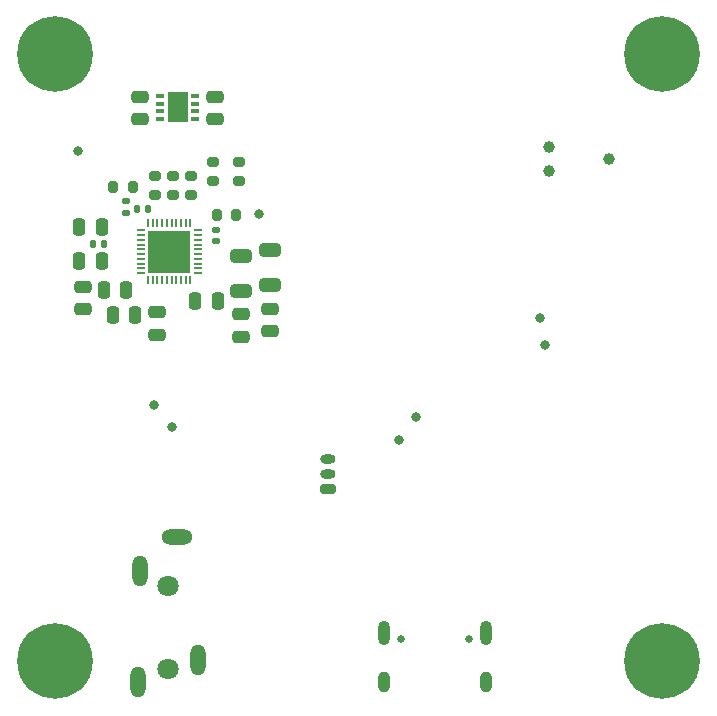
<source format=gbr>
%TF.GenerationSoftware,KiCad,Pcbnew,9.0.0*%
%TF.CreationDate,2025-03-31T19:39:25-04:00*%
%TF.ProjectId,nano405,6e616e6f-3430-4352-9e6b-696361645f70,A*%
%TF.SameCoordinates,Original*%
%TF.FileFunction,Soldermask,Bot*%
%TF.FilePolarity,Negative*%
%FSLAX46Y46*%
G04 Gerber Fmt 4.6, Leading zero omitted, Abs format (unit mm)*
G04 Created by KiCad (PCBNEW 9.0.0) date 2025-03-31 19:39:25*
%MOMM*%
%LPD*%
G01*
G04 APERTURE LIST*
G04 Aperture macros list*
%AMRoundRect*
0 Rectangle with rounded corners*
0 $1 Rounding radius*
0 $2 $3 $4 $5 $6 $7 $8 $9 X,Y pos of 4 corners*
0 Add a 4 corners polygon primitive as box body*
4,1,4,$2,$3,$4,$5,$6,$7,$8,$9,$2,$3,0*
0 Add four circle primitives for the rounded corners*
1,1,$1+$1,$2,$3*
1,1,$1+$1,$4,$5*
1,1,$1+$1,$6,$7*
1,1,$1+$1,$8,$9*
0 Add four rect primitives between the rounded corners*
20,1,$1+$1,$2,$3,$4,$5,0*
20,1,$1+$1,$4,$5,$6,$7,0*
20,1,$1+$1,$6,$7,$8,$9,0*
20,1,$1+$1,$8,$9,$2,$3,0*%
G04 Aperture macros list end*
%ADD10RoundRect,0.200000X-0.275000X0.200000X-0.275000X-0.200000X0.275000X-0.200000X0.275000X0.200000X0*%
%ADD11C,0.800000*%
%ADD12RoundRect,0.140000X0.170000X-0.140000X0.170000X0.140000X-0.170000X0.140000X-0.170000X-0.140000X0*%
%ADD13RoundRect,0.250000X0.250000X0.475000X-0.250000X0.475000X-0.250000X-0.475000X0.250000X-0.475000X0*%
%ADD14RoundRect,0.250000X-0.475000X0.250000X-0.475000X-0.250000X0.475000X-0.250000X0.475000X0.250000X0*%
%ADD15RoundRect,0.200000X0.200000X0.275000X-0.200000X0.275000X-0.200000X-0.275000X0.200000X-0.275000X0*%
%ADD16RoundRect,0.250000X0.650000X-0.325000X0.650000X0.325000X-0.650000X0.325000X-0.650000X-0.325000X0*%
%ADD17RoundRect,0.200000X0.450000X-0.200000X0.450000X0.200000X-0.450000X0.200000X-0.450000X-0.200000X0*%
%ADD18O,1.300000X0.800000*%
%ADD19C,1.800000*%
%ADD20O,1.308000X2.616000*%
%ADD21O,2.616000X1.308000*%
%ADD22RoundRect,0.200000X-0.200000X-0.275000X0.200000X-0.275000X0.200000X0.275000X-0.200000X0.275000X0*%
%ADD23RoundRect,0.250000X-0.650000X0.325000X-0.650000X-0.325000X0.650000X-0.325000X0.650000X0.325000X0*%
%ADD24RoundRect,0.250000X-0.250000X-0.475000X0.250000X-0.475000X0.250000X0.475000X-0.250000X0.475000X0*%
%ADD25RoundRect,0.140000X0.140000X0.170000X-0.140000X0.170000X-0.140000X-0.170000X0.140000X-0.170000X0*%
%ADD26R,0.800000X0.350000*%
%ADD27R,1.750000X2.500000*%
%ADD28R,0.762000X0.203200*%
%ADD29R,0.203200X0.762000*%
%ADD30R,3.606800X3.606800*%
%ADD31C,6.400000*%
%ADD32C,0.990600*%
%ADD33C,0.650000*%
%ADD34O,1.000000X2.100000*%
%ADD35O,1.000000X1.800000*%
G04 APERTURE END LIST*
D10*
%TO.C,R21*%
X117625000Y-56700000D03*
X117625000Y-58350000D03*
%TD*%
D11*
%TO.C,SDOUT*%
X119300000Y-61150000D03*
%TD*%
D12*
%TO.C,C23*%
X115600000Y-63410000D03*
X115600000Y-62450000D03*
%TD*%
D13*
%TO.C,C20*%
X105975000Y-62200000D03*
X104075000Y-62200000D03*
%TD*%
D11*
%TO.C,SDCLK*%
X143050000Y-69950000D03*
%TD*%
D12*
%TO.C,C33*%
X108040000Y-61010000D03*
X108040000Y-60050000D03*
%TD*%
D10*
%TO.C,R17*%
X112000000Y-57900000D03*
X112000000Y-59550000D03*
%TD*%
D14*
%TO.C,C25*%
X117750000Y-69600000D03*
X117750000Y-71500000D03*
%TD*%
%TO.C,C49*%
X109225000Y-51175000D03*
X109225000Y-53075000D03*
%TD*%
D11*
%TO.C,SDA1*%
X131100000Y-80275000D03*
%TD*%
D13*
%TO.C,C30*%
X108050000Y-67550000D03*
X106150000Y-67550000D03*
%TD*%
D14*
%TO.C,C31*%
X104400000Y-67300000D03*
X104400000Y-69200000D03*
%TD*%
D11*
%TO.C,SDCMD*%
X143500000Y-72225000D03*
%TD*%
D10*
%TO.C,R19*%
X113500000Y-57900000D03*
X113500000Y-59550000D03*
%TD*%
D15*
%TO.C,R23*%
X108600000Y-58800000D03*
X106950000Y-58800000D03*
%TD*%
D16*
%TO.C,C24*%
X117750000Y-67600000D03*
X117750000Y-64650000D03*
%TD*%
D10*
%TO.C,R20*%
X110500000Y-57900000D03*
X110500000Y-59550000D03*
%TD*%
D17*
%TO.C,J5*%
X125125000Y-84400000D03*
D18*
X125125000Y-83150000D03*
X125125000Y-81900000D03*
%TD*%
D11*
%TO.C,HP_RIGHT*%
X110425000Y-77323750D03*
%TD*%
D13*
%TO.C,C27*%
X115775700Y-68509999D03*
X113875700Y-68509999D03*
%TD*%
D11*
%TO.C,SCL1*%
X132550000Y-78325000D03*
%TD*%
%TO.C,+1V8*%
X103925000Y-55750000D03*
%TD*%
D14*
%TO.C,C50*%
X115575000Y-51175000D03*
X115575000Y-53075000D03*
%TD*%
D19*
%TO.C,J3*%
X111565000Y-99650000D03*
X111565000Y-92650000D03*
D20*
X109025000Y-100750000D03*
X109245000Y-91350000D03*
D21*
X112315000Y-88450000D03*
D20*
X114105000Y-98850000D03*
%TD*%
D22*
%TO.C,R18*%
X115700000Y-61200000D03*
X117350000Y-61200000D03*
%TD*%
D11*
%TO.C,HP_LEFT*%
X111900000Y-79125000D03*
%TD*%
D23*
%TO.C,C22*%
X120175000Y-64150000D03*
X120175000Y-67100000D03*
%TD*%
D24*
%TO.C,C32*%
X106900000Y-69659999D03*
X108800000Y-69659999D03*
%TD*%
D25*
%TO.C,C21*%
X109900000Y-60659999D03*
X108940000Y-60659999D03*
%TD*%
D26*
%TO.C,U5*%
X113900000Y-51125000D03*
X113900000Y-51775000D03*
X113900000Y-52425000D03*
X113900000Y-53075000D03*
X110900000Y-53075000D03*
X110900000Y-52425000D03*
X110900000Y-51775000D03*
X110900000Y-51125000D03*
D27*
X112400000Y-52100000D03*
%TD*%
D10*
%TO.C,R22*%
X115425000Y-56700000D03*
X115425000Y-58350000D03*
%TD*%
D14*
%TO.C,C26*%
X120175000Y-69150000D03*
X120175000Y-71050000D03*
%TD*%
D13*
%TO.C,C28*%
X105975700Y-65109999D03*
X104075700Y-65109999D03*
%TD*%
D14*
%TO.C,C29*%
X110625000Y-69450000D03*
X110625000Y-71350000D03*
%TD*%
D25*
%TO.C,C19*%
X106200000Y-63675000D03*
X105240000Y-63675000D03*
%TD*%
D28*
%TO.C,U2*%
X114101400Y-62510000D03*
X114101400Y-62909999D03*
X114101400Y-63309998D03*
X114101400Y-63710000D03*
X114101400Y-64109999D03*
X114101400Y-64509999D03*
X114101400Y-64909998D03*
X114101400Y-65310000D03*
X114101400Y-65709999D03*
X114101400Y-66109998D03*
D29*
X113475699Y-66735699D03*
X113075700Y-66735699D03*
X112675701Y-66735699D03*
X112275699Y-66735699D03*
X111875700Y-66735699D03*
X111475700Y-66735699D03*
X111075701Y-66735699D03*
X110675699Y-66735699D03*
X110275700Y-66735699D03*
X109875701Y-66735699D03*
D28*
X109250000Y-66109998D03*
X109250000Y-65709999D03*
X109250000Y-65310000D03*
X109250000Y-64909998D03*
X109250000Y-64509999D03*
X109250000Y-64109999D03*
X109250000Y-63710000D03*
X109250000Y-63309998D03*
X109250000Y-62909999D03*
X109250000Y-62510000D03*
D29*
X109875701Y-61884299D03*
X110275700Y-61884299D03*
X110675699Y-61884299D03*
X111075701Y-61884299D03*
X111475700Y-61884299D03*
X111875700Y-61884299D03*
X112275699Y-61884299D03*
X112675701Y-61884299D03*
X113075700Y-61884299D03*
X113475699Y-61884299D03*
D30*
X111675700Y-64309999D03*
%TD*%
D11*
%TO.C,H3*%
X151000000Y-98975000D03*
X151702944Y-97277944D03*
X151702944Y-100672056D03*
X153400000Y-96575000D03*
D31*
X153400000Y-98975000D03*
D11*
X153400000Y-101375000D03*
X155097056Y-97277944D03*
X155097056Y-100672056D03*
X155800000Y-98975000D03*
%TD*%
D32*
%TO.C,J1*%
X148890000Y-56435000D03*
X143810000Y-57451000D03*
X143810000Y-55419000D03*
%TD*%
D33*
%TO.C,J4*%
X131310000Y-97070000D03*
X137090000Y-97070000D03*
D34*
X129880000Y-96570000D03*
D35*
X129880000Y-100750000D03*
D34*
X138520000Y-96570000D03*
D35*
X138520000Y-100750000D03*
%TD*%
D11*
%TO.C,H4*%
X99600000Y-98975000D03*
X100302944Y-97277944D03*
X100302944Y-100672056D03*
X102000000Y-96575000D03*
D31*
X102000000Y-98975000D03*
D11*
X102000000Y-101375000D03*
X103697056Y-97277944D03*
X103697056Y-100672056D03*
X104400000Y-98975000D03*
%TD*%
%TO.C,H2*%
X150975000Y-47600000D03*
X151677944Y-45902944D03*
X151677944Y-49297056D03*
X153375000Y-45200000D03*
D31*
X153375000Y-47600000D03*
D11*
X153375000Y-50000000D03*
X155072056Y-45902944D03*
X155072056Y-49297056D03*
X155775000Y-47600000D03*
%TD*%
%TO.C,H1*%
X99599175Y-47599175D03*
X100302119Y-45902119D03*
X100302119Y-49296231D03*
X101999175Y-45199175D03*
D31*
X101999175Y-47599175D03*
D11*
X101999175Y-49999175D03*
X103696231Y-45902119D03*
X103696231Y-49296231D03*
X104399175Y-47599175D03*
%TD*%
M02*

</source>
